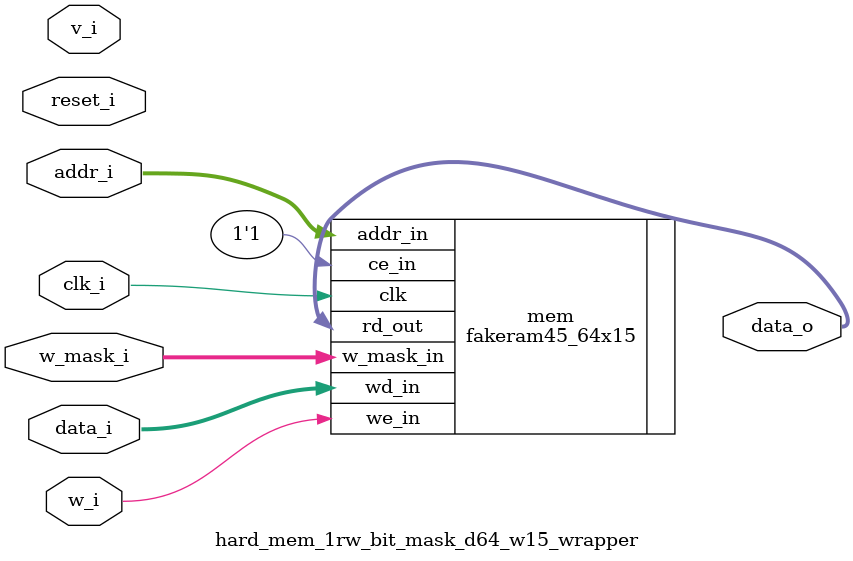
<source format=v>

module hard_mem_1rw_bit_mask_d64_w96_wrapper(clk_i, reset_i, data_i,
     addr_i, v_i, w_mask_i, w_i, data_o);
  input clk_i, reset_i, v_i, w_i;
  input [95:0] data_i, w_mask_i;
  input [5:0] addr_i;
  output [95:0] data_o;
  wire clk_i, reset_i, v_i, w_i;
  wire [95:0] data_i, w_mask_i;
  wire [5:0] addr_i;
  wire [95:0] data_o;

  fakeram45_64x96 mem (
    .clk      (clk_i   ),
    .rd_out   (data_o  ),
    .ce_in    (1'b1    ),
    .we_in    (w_i     ),
    .w_mask_in(w_mask_i),
    .addr_in  (addr_i  ),
    .wd_in    (data_i  )
  );

endmodule


module hard_mem_1rw_byte_mask_d512_w64_wrapper(clk_i, reset_i, data_i,
     addr_i, v_i, write_mask_i, w_i, data_o);
  input clk_i, reset_i, v_i, w_i;
  input [63:0] data_i;
  input [8:0] addr_i;
  input [7:0] write_mask_i;
  output [63:0] data_o;
  wire clk_i, reset_i, v_i, w_i;
  wire [63:0] data_i;
  wire [8:0] addr_i;
  wire [7:0] write_mask_i;
  wire [63:0] data_o;
  wire [63:0] wen;

  fakeram45_512x64 mem (
    .clk      (clk_i   ),
    .rd_out   (data_o  ),
    .ce_in    (1'b1    ),
    .we_in    (w_i     ),
    .w_mask_in({{8{write_mask_i[7]}},
                {8{write_mask_i[6]}},
                {8{write_mask_i[5]}},
                {8{write_mask_i[4]}},
                {8{write_mask_i[3]}},
                {8{write_mask_i[2]}},
                {8{write_mask_i[1]}},
                {8{write_mask_i[0]}}}
      ),
    .addr_in  (addr_i  ),
    .wd_in    (data_i  )
  );

endmodule

module hard_mem_1rw_bit_mask_d64_w15_wrapper(clk_i, reset_i, data_i,
     addr_i, v_i, w_mask_i, w_i, data_o);
  input clk_i, reset_i, v_i, w_i;
  input [14:0] data_i, w_mask_i;
  input [5:0] addr_i;
  output [14:0] data_o;
  wire clk_i, reset_i, v_i, w_i;
  wire [14:0] data_i, w_mask_i;
  wire [5:0] addr_i;
  wire [14:0] data_o;

  fakeram45_64x15 mem (
    .clk      (clk_i   ),
    .rd_out   (data_o  ),
    .ce_in    (1'b1    ),
    .we_in    (w_i     ),
    .w_mask_in(w_mask_i),
    .addr_in  (addr_i  ),
    .wd_in    (data_i  )
  );

endmodule
</source>
